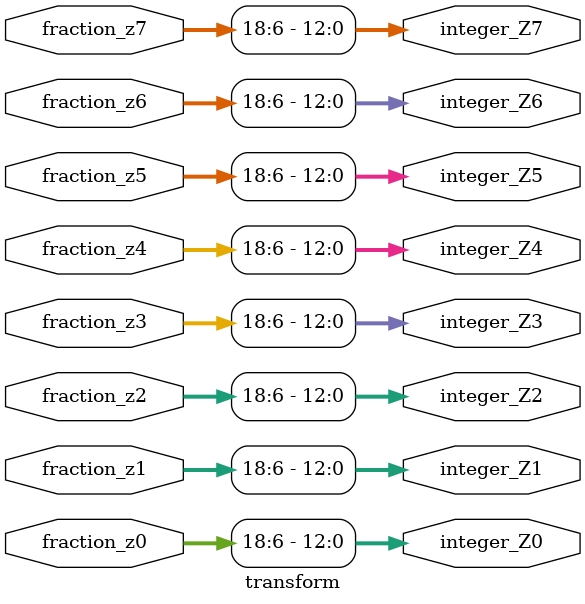
<source format=v>
module transform(
    
input signed[18:0] fraction_z0, fraction_z1, fraction_z2, fraction_z3, fraction_z4,fraction_z5,fraction_z6, fraction_z7,

output signed [12:0] integer_Z0, integer_Z1, integer_Z2, integer_Z3, integer_Z4,integer_Z5, integer_Z6, integer_Z7);

assign integer_Z0 =  fraction_z0[18:6];
assign integer_Z1 =  fraction_z1[18:6];
assign integer_Z2 =  fraction_z2[18:6];
assign integer_Z3 =  fraction_z3[18:6];
assign integer_Z4 =  fraction_z4[18:6];
assign integer_Z5 =  fraction_z5[18:6];
assign integer_Z6 =  fraction_z6[18:6];
assign integer_Z7 =  fraction_z7[18:6];


endmodule


</source>
